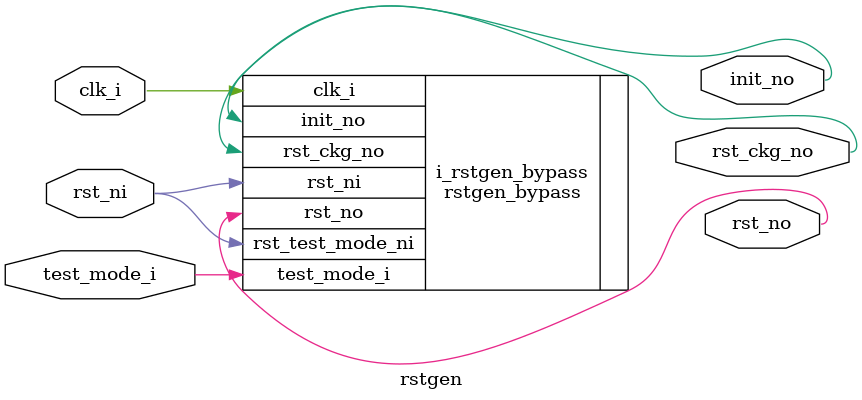
<source format=sv>


module rstgen (
    input  logic clk_i,
    input  logic rst_ni,
    input  logic test_mode_i,
    output logic rst_ckg_no,
    output logic rst_no,
    output logic init_no
);

    rstgen_bypass i_rstgen_bypass (
        .clk_i            ( clk_i       ),
        .rst_ni           ( rst_ni      ),
        .rst_test_mode_ni ( rst_ni      ),
        .test_mode_i      ( test_mode_i ),
        .rst_no           ( rst_no      ),
        .rst_ckg_no       ( rst_ckg_no  ),
        .init_no          ( init_no     )
    );

endmodule

</source>
